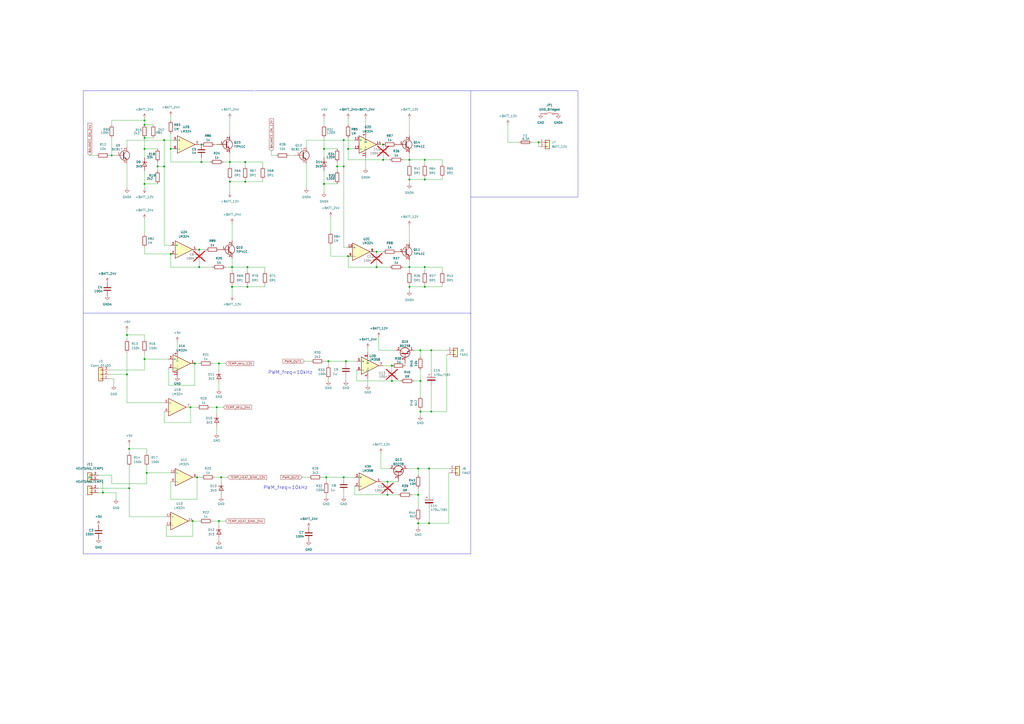
<source format=kicad_sch>
(kicad_sch (version 20231120) (generator "eeschema") (generator_version "8.0")
  (paper "A2")
  (junction (at 133.35 93.98))
  (junction (at 222.25 83.82))
  (junction (at 200.66 209.55))
  (junction (at 127 210.82))
  (junction (at 142.24 105.41))
  (junction (at 115.57 154.94))
  (junction (at 127 302.26))
  (junction (at 246.38 104.14))
  (junction (at 83.82 72.39))
  (junction (at 73.66 194.31))
  (junction (at 187.96 106.68))
  (junction (at 114.3 276.86))
  (junction (at 243.84 238.76))
  (junction (at 199.39 276.86))
  (junction (at 134.62 154.94))
  (junction (at 243.84 203.2))
  (junction (at 201.93 148.59))
  (junction (at 248.92 271.78))
  (junction (at 99.06 147.32))
  (junction (at 134.62 166.37))
  (junction (at 250.19 203.2))
  (junction (at 195.58 96.52))
  (junction (at 242.57 271.78))
  (junction (at 116.84 83.82))
  (junction (at 95.25 81.28))
  (junction (at 227.33 212.09))
  (junction (at 95.25 96.52))
  (junction (at 242.57 287.02))
  (junction (at 83.82 69.85))
  (junction (at 128.27 276.86))
  (junction (at 237.49 154.94))
  (junction (at 248.92 303.53))
  (junction (at 243.84 220.98))
  (junction (at 199.39 96.52))
  (junction (at 246.38 166.37))
  (junction (at 312.42 82.55))
  (junction (at 237.49 166.37))
  (junction (at 113.03 210.82))
  (junction (at 99.06 86.36))
  (junction (at 242.57 303.53))
  (junction (at 64.77 90.17))
  (junction (at 190.5 209.55))
  (junction (at 74.93 283.21))
  (junction (at 110.49 236.22))
  (junction (at 116.84 93.98))
  (junction (at 115.57 144.78))
  (junction (at 218.44 146.05))
  (junction (at 250.19 238.76))
  (junction (at 246.38 92.71))
  (junction (at 85.09 274.32))
  (junction (at 201.93 86.36))
  (junction (at 133.35 105.41))
  (junction (at 187.96 86.36))
  (junction (at 111.76 302.26))
  (junction (at 83.82 106.68))
  (junction (at 91.44 96.52))
  (junction (at 74.93 260.35))
  (junction (at 83.82 80.01))
  (junction (at 189.23 276.86))
  (junction (at 246.38 154.94))
  (junction (at 59.69 285.75))
  (junction (at 142.24 93.98))
  (junction (at 237.49 104.14))
  (junction (at 227.33 220.98))
  (junction (at 73.66 217.17))
  (junction (at 83.82 208.28))
  (junction (at 143.51 166.37))
  (junction (at 224.79 279.4))
  (junction (at 199.39 81.28))
  (junction (at 222.25 92.71))
  (junction (at 218.44 154.94))
  (junction (at 83.82 86.36))
  (junction (at 224.79 287.02))
  (junction (at 125.73 236.22))
  (junction (at 143.51 154.94))
  (junction (at 237.49 92.71))
  (wire (pts (xy 187.96 106.68) (xy 195.58 106.68)))
  (wire (pts (xy 85.09 262.89) (xy 85.09 260.35)))
  (wire (pts (xy 240.03 203.2) (xy 243.84 203.2)))
  (wire (pts (xy 243.84 238.76) (xy 243.84 237.49)))
  (wire (pts (xy 96.52 304.8) (xy 96.52 311.15)))
  (wire (pts (xy 260.35 274.32) (xy 260.35 303.53)))
  (wire (pts (xy 64.77 69.85) (xy 83.82 69.85)))
  (wire (pts (xy 83.82 80.01) (xy 83.82 86.36)))
  (wire (pts (xy 73.66 233.68) (xy 95.25 233.68)))
  (wire (pts (xy 59.69 278.13) (xy 59.69 285.75)))
  (wire (pts (xy 99.06 86.36) (xy 99.06 77.47)))
  (wire (pts (xy 308.61 82.55) (xy 312.42 82.55)))
  (wire (pts (xy 187.96 80.01) (xy 187.96 86.36)))
  (wire (pts (xy 237.49 130.81) (xy 237.49 140.97)))
  (wire (pts (xy 220.98 271.78) (xy 226.06 271.78)))
  (wire (pts (xy 116.84 91.44) (xy 116.84 93.98)))
  (wire (pts (xy 142.24 93.98) (xy 152.4 93.98)))
  (wire (pts (xy 115.57 154.94) (xy 123.19 154.94)))
  (wire (pts (xy 246.38 95.25) (xy 246.38 92.71)))
  (wire (pts (xy 152.4 105.41) (xy 142.24 105.41)))
  (wire (pts (xy 133.35 93.98) (xy 133.35 96.52)))
  (wire (pts (xy 83.82 196.85) (xy 83.82 194.31)))
  (wire (pts (xy 127 226.06) (xy 127 222.25)))
  (wire (pts (xy 237.49 166.37) (xy 237.49 168.91)))
  (wire (pts (xy 91.44 96.52) (xy 95.25 96.52)))
  (wire (pts (xy 99.06 93.98) (xy 116.84 93.98)))
  (wire (pts (xy 218.44 154.94) (xy 226.06 154.94)))
  (wire (pts (xy 220.98 262.89) (xy 220.98 271.78)))
  (wire (pts (xy 201.93 154.94) (xy 218.44 154.94)))
  (wire (pts (xy 57.15 283.21) (xy 74.93 283.21)))
  (wire (pts (xy 160.02 90.17) (xy 157.48 90.17)))
  (wire (pts (xy 57.15 278.13) (xy 59.69 278.13)))
  (wire (pts (xy 110.49 236.22) (xy 114.3 236.22)))
  (wire (pts (xy 143.51 166.37) (xy 143.51 165.1)))
  (wire (pts (xy 134.62 149.86) (xy 134.62 154.94)))
  (wire (pts (xy 187.96 86.36) (xy 195.58 86.36)))
  (wire (pts (xy 238.76 287.02) (xy 242.57 287.02)))
  (wire (pts (xy 250.19 203.2) (xy 259.08 203.2)))
  (wire (pts (xy 74.93 257.81) (xy 74.93 260.35)))
  (wire (pts (xy 73.66 191.77) (xy 73.66 194.31)))
  (wire (pts (xy 83.82 106.68) (xy 83.82 109.22)))
  (wire (pts (xy 83.82 86.36) (xy 83.82 91.44)))
  (wire (pts (xy 99.06 279.4) (xy 99.06 289.56)))
  (wire (pts (xy 66.04 219.71) (xy 66.04 223.52)))
  (wire (pts (xy 128.27 288.29) (xy 128.27 287.02)))
  (polyline (pts (xy 48.26 52.705) (xy 48.26 181.61)))
  (wire (pts (xy 96.52 311.15) (xy 111.76 311.15)))
  (polyline (pts (xy 48.26 321.31) (xy 48.26 181.61)))
  (wire (pts (xy 243.84 220.98) (xy 243.84 229.87)))
  (polyline (pts (xy 147.32 321.31) (xy 48.26 321.31)))
  (wire (pts (xy 59.69 285.75) (xy 67.31 285.75)))
  (wire (pts (xy 187.96 99.06) (xy 187.96 106.68)))
  (wire (pts (xy 234.95 212.09) (xy 234.95 210.82)))
  (wire (pts (xy 91.44 96.52) (xy 91.44 99.06)))
  (wire (pts (xy 130.81 302.26) (xy 127 302.26)))
  (wire (pts (xy 199.39 143.51) (xy 201.93 143.51)))
  (wire (pts (xy 130.81 154.94) (xy 134.62 154.94)))
  (wire (pts (xy 242.57 306.07) (xy 242.57 303.53)))
  (wire (pts (xy 99.06 147.32) (xy 99.06 154.94)))
  (wire (pts (xy 240.03 220.98) (xy 243.84 220.98)))
  (wire (pts (xy 99.06 274.32) (xy 85.09 274.32)))
  (wire (pts (xy 111.76 302.26) (xy 115.57 302.26)))
  (wire (pts (xy 153.67 165.1) (xy 153.67 166.37)))
  (wire (pts (xy 256.54 165.1) (xy 256.54 166.37)))
  (wire (pts (xy 237.49 102.87) (xy 237.49 104.14)))
  (wire (pts (xy 205.74 287.02) (xy 205.74 281.94)))
  (wire (pts (xy 213.36 201.93) (xy 213.36 204.47)))
  (wire (pts (xy 237.49 68.58) (xy 237.49 78.74)))
  (wire (pts (xy 134.62 165.1) (xy 134.62 166.37)))
  (wire (pts (xy 218.44 146.05) (xy 222.25 146.05)))
  (wire (pts (xy 64.77 80.01) (xy 64.77 90.17)))
  (wire (pts (xy 243.84 203.2) (xy 243.84 207.01)))
  (wire (pts (xy 189.23 276.86) (xy 189.23 279.4)))
  (wire (pts (xy 237.49 104.14) (xy 246.38 104.14)))
  (wire (pts (xy 133.35 88.9) (xy 133.35 93.98)))
  (wire (pts (xy 187.96 86.36) (xy 187.96 91.44)))
  (wire (pts (xy 116.84 93.98) (xy 121.92 93.98)))
  (wire (pts (xy 177.8 81.28) (xy 177.8 85.09)))
  (wire (pts (xy 190.5 209.55) (xy 200.66 209.55)))
  (wire (pts (xy 115.57 144.78) (xy 119.38 144.78)))
  (wire (pts (xy 246.38 166.37) (xy 246.38 165.1)))
  (wire (pts (xy 99.06 86.36) (xy 99.06 93.98)))
  (wire (pts (xy 199.39 81.28) (xy 205.74 81.28)))
  (wire (pts (xy 199.39 276.86) (xy 205.74 276.86)))
  (wire (pts (xy 91.44 93.98) (xy 91.44 96.52)))
  (wire (pts (xy 246.38 154.94) (xy 256.54 154.94)))
  (wire (pts (xy 85.09 274.32) (xy 85.09 270.51)))
  (wire (pts (xy 95.25 81.28) (xy 100.33 81.28)))
  (wire (pts (xy 74.93 283.21) (xy 74.93 299.72)))
  (wire (pts (xy 213.36 219.71) (xy 213.36 223.52)))
  (wire (pts (xy 64.77 275.59) (xy 64.77 280.67)))
  (wire (pts (xy 199.39 96.52) (xy 199.39 81.28)))
  (wire (pts (xy 207.01 220.98) (xy 207.01 214.63)))
  (polyline (pts (xy 335.28 114.3) (xy 335.28 52.832)))
  (wire (pts (xy 59.69 285.75) (xy 57.15 285.75)))
  (wire (pts (xy 256.54 92.71) (xy 256.54 95.25)))
  (wire (pts (xy 195.58 93.98) (xy 195.58 96.52)))
  (wire (pts (xy 195.58 96.52) (xy 199.39 96.52)))
  (wire (pts (xy 200.66 218.44) (xy 200.66 220.98)))
  (wire (pts (xy 83.82 194.31) (xy 73.66 194.31)))
  (wire (pts (xy 83.82 127) (xy 83.82 135.89)))
  (wire (pts (xy 250.19 238.76) (xy 250.19 223.52)))
  (wire (pts (xy 73.66 95.25) (xy 73.66 109.22)))
  (wire (pts (xy 97.79 213.36) (xy 97.79 223.52)))
  (wire (pts (xy 63.5 219.71) (xy 66.04 219.71)))
  (wire (pts (xy 123.19 210.82) (xy 127 210.82)))
  (wire (pts (xy 74.93 299.72) (xy 96.52 299.72)))
  (wire (pts (xy 133.35 105.41) (xy 142.24 105.41)))
  (wire (pts (xy 152.4 93.98) (xy 152.4 96.52)))
  (wire (pts (xy 237.49 92.71) (xy 237.49 95.25)))
  (wire (pts (xy 73.66 81.28) (xy 95.25 81.28)))
  (wire (pts (xy 242.57 303.53) (xy 242.57 302.26)))
  (wire (pts (xy 124.46 276.86) (xy 128.27 276.86)))
  (wire (pts (xy 127 313.69) (xy 127 312.42)))
  (wire (pts (xy 125.73 236.22) (xy 125.73 240.03)))
  (wire (pts (xy 83.82 208.28) (xy 83.82 204.47)))
  (wire (pts (xy 187.96 209.55) (xy 190.5 209.55)))
  (wire (pts (xy 57.15 275.59) (xy 64.77 275.59)))
  (wire (pts (xy 248.92 271.78) (xy 260.35 271.78)))
  (wire (pts (xy 115.57 83.82) (xy 116.84 83.82)))
  (wire (pts (xy 52.07 90.17) (xy 55.88 90.17)))
  (polyline (pts (xy 273.05 114.3) (xy 335.28 114.3)))
  (wire (pts (xy 227.33 220.98) (xy 232.41 220.98)))
  (wire (pts (xy 242.57 271.78) (xy 242.57 275.59)))
  (wire (pts (xy 95.25 238.76) (xy 95.25 245.11)))
  (polyline (pts (xy 48.26 181.61) (xy 52.07 181.61)))
  (wire (pts (xy 186.69 276.86) (xy 189.23 276.86)))
  (wire (pts (xy 121.92 236.22) (xy 125.73 236.22)))
  (wire (pts (xy 233.68 92.71) (xy 237.49 92.71)))
  (wire (pts (xy 74.93 260.35) (xy 74.93 262.89)))
  (wire (pts (xy 242.57 303.53) (xy 248.92 303.53)))
  (wire (pts (xy 199.39 285.75) (xy 199.39 288.29)))
  (wire (pts (xy 220.98 83.82) (xy 222.25 83.82)))
  (wire (pts (xy 73.66 217.17) (xy 73.66 233.68)))
  (wire (pts (xy 143.51 154.94) (xy 153.67 154.94)))
  (wire (pts (xy 115.57 152.4) (xy 115.57 154.94)))
  (wire (pts (xy 102.87 198.12) (xy 102.87 203.2)))
  (wire (pts (xy 199.39 276.86) (xy 199.39 278.13)))
  (wire (pts (xy 237.49 104.14) (xy 237.49 106.68)))
  (wire (pts (xy 217.17 146.05) (xy 218.44 146.05)))
  (wire (pts (xy 250.19 238.76) (xy 259.08 238.76)))
  (wire (pts (xy 74.93 270.51) (xy 74.93 283.21)))
  (wire (pts (xy 201.93 148.59) (xy 201.93 154.94)))
  (wire (pts (xy 73.66 194.31) (xy 73.66 196.85)))
  (wire (pts (xy 134.62 166.37) (xy 134.62 171.45)))
  (wire (pts (xy 85.09 260.35) (xy 74.93 260.35)))
  (wire (pts (xy 191.77 142.24) (xy 191.77 148.59)))
  (wire (pts (xy 200.66 209.55) (xy 200.66 210.82)))
  (wire (pts (xy 191.77 125.73) (xy 191.77 134.62)))
  (wire (pts (xy 243.84 203.2) (xy 250.19 203.2)))
  (wire (pts (xy 83.82 68.58) (xy 83.82 69.85)))
  (wire (pts (xy 128.27 276.86) (xy 128.27 279.4)))
  (wire (pts (xy 142.24 93.98) (xy 133.35 93.98)))
  (wire (pts (xy 201.93 86.36) (xy 201.93 80.01)))
  (wire (pts (xy 243.84 238.76) (xy 250.19 238.76)))
  (wire (pts (xy 294.64 72.39) (xy 294.64 82.55)))
  (wire (pts (xy 83.82 80.01) (xy 88.9 80.01)))
  (wire (pts (xy 243.84 241.3) (xy 243.84 238.76)))
  (wire (pts (xy 187.96 68.58) (xy 187.96 72.39)))
  (wire (pts (xy 242.57 283.21) (xy 242.57 287.02)))
  (wire (pts (xy 134.62 154.94) (xy 134.62 157.48)))
  (wire (pts (xy 153.67 154.94) (xy 153.67 157.48)))
  (wire (pts (xy 95.25 245.11) (xy 110.49 245.11)))
  (wire (pts (xy 73.66 81.28) (xy 73.66 85.09)))
  (wire (pts (xy 111.76 311.15) (xy 111.76 302.26)))
  (wire (pts (xy 256.54 104.14) (xy 246.38 104.14)))
  (wire (pts (xy 132.08 276.86) (xy 128.27 276.86)))
  (wire (pts (xy 114.3 144.78) (xy 115.57 144.78)))
  (polyline (pts (xy 273.05 52.578) (xy 335.28 52.578)))
  (wire (pts (xy 95.25 96.52) (xy 95.25 142.24)))
  (wire (pts (xy 127 302.26) (xy 127 304.8)))
  (wire (pts (xy 199.39 96.52) (xy 199.39 143.51)))
  (wire (pts (xy 200.66 209.55) (xy 207.01 209.55)))
  (wire (pts (xy 237.49 88.9) (xy 237.49 92.71)))
  (wire (pts (xy 220.98 279.4) (xy 224.79 279.4)))
  (polyline (pts (xy 273.05 181.61) (xy 273.05 321.31)))
  (wire (pts (xy 246.38 92.71) (xy 256.54 92.71)))
  (wire (pts (xy 176.53 209.55) (xy 180.34 209.55)))
  (wire (pts (xy 177.8 95.25) (xy 177.8 109.22)))
  (wire (pts (xy 222.25 91.44) (xy 222.25 92.71)))
  (wire (pts (xy 242.57 287.02) (xy 242.57 294.64)))
  (polyline (pts (xy 147.955 52.705) (xy 273.05 52.705)))
  (wire (pts (xy 85.09 280.67) (xy 85.09 274.32)))
  (wire (pts (xy 64.77 280.67) (xy 85.09 280.67)))
  (wire (pts (xy 130.81 210.82) (xy 127 210.82)))
  (wire (pts (xy 201.93 86.36) (xy 201.93 92.71)))
  (wire (pts (xy 246.38 157.48) (xy 246.38 154.94)))
  (wire (pts (xy 189.23 287.02) (xy 189.23 288.29)))
  (wire (pts (xy 64.77 72.39) (xy 64.77 69.85)))
  (wire (pts (xy 212.09 91.44) (xy 212.09 97.79)))
  (wire (pts (xy 189.23 276.86) (xy 199.39 276.86)))
  (wire (pts (xy 83.82 69.85) (xy 83.82 72.39)))
  (wire (pts (xy 237.49 165.1) (xy 237.49 166.37)))
  (wire (pts (xy 246.38 154.94) (xy 237.49 154.94)))
  (wire (pts (xy 123.19 302.26) (xy 127 302.26)))
  (wire (pts (xy 157.48 90.17) (xy 157.48 87.63)))
  (wire (pts (xy 67.31 285.75) (xy 67.31 289.56)))
  (polyline (pts (xy 52.07 181.61) (xy 147.32 181.61)))
  (wire (pts (xy 229.87 203.2) (xy 219.71 203.2)))
  (wire (pts (xy 248.92 303.53) (xy 248.92 294.64)))
  (wire (pts (xy 224.79 287.02) (xy 231.14 287.02)))
  (wire (pts (xy 201.93 68.58) (xy 201.93 72.39)))
  (wire (pts (xy 190.5 209.55) (xy 190.5 212.09)))
  (wire (pts (xy 99.06 67.31) (xy 99.06 69.85)))
  (wire (pts (xy 88.9 72.39) (xy 83.82 72.39)))
  (wire (pts (xy 124.46 83.82) (xy 125.73 83.82)))
  (wire (pts (xy 133.35 104.14) (xy 133.35 105.41)))
  (wire (pts (xy 256.54 154.94) (xy 256.54 157.48)))
  (wire (pts (xy 99.06 86.36) (xy 100.33 86.36)))
  (wire (pts (xy 222.25 92.71) (xy 226.06 92.71)))
  (wire (pts (xy 153.67 166.37) (xy 143.51 166.37)))
  (wire (pts (xy 127 210.82) (xy 127 214.63)))
  (wire (pts (xy 167.64 90.17) (xy 170.18 90.17)))
  (wire (pts (xy 237.49 154.94) (xy 237.49 157.48)))
  (wire (pts (xy 237.49 151.13) (xy 237.49 154.94)))
  (wire (pts (xy 83.82 86.36) (xy 91.44 86.36)))
  (wire (pts (xy 99.06 147.32) (xy 83.82 147.32)))
  (wire (pts (xy 95.25 96.52) (xy 95.25 81.28)))
  (wire (pts (xy 233.68 154.94) (xy 237.49 154.94)))
  (wire (pts (xy 224.79 287.02) (xy 205.74 287.02)))
  (wire (pts (xy 63.5 217.17) (xy 73.66 217.17)))
  (wire (pts (xy 177.8 81.28) (xy 199.39 81.28)))
  (wire (pts (xy 95.25 142.24) (xy 99.06 142.24)))
  (polyline (pts (xy 273.05 321.31) (xy 147.32 321.31)))
  (wire (pts (xy 294.64 82.55) (xy 300.99 82.55)))
  (wire (pts (xy 224.79 279.4) (xy 231.14 279.4)))
  (wire (pts (xy 143.51 157.48) (xy 143.51 154.94)))
  (wire (pts (xy 97.79 208.28) (xy 83.82 208.28)))
  (wire (pts (xy 175.26 276.86) (xy 179.07 276.86)))
  (wire (pts (xy 113.03 210.82) (xy 115.57 210.82)))
  (wire (pts (xy 237.49 166.37) (xy 246.38 166.37)))
  (wire (pts (xy 113.03 223.52) (xy 113.03 210.82)))
  (wire (pts (xy 125.73 251.46) (xy 125.73 247.65)))
  (wire (pts (xy 246.38 92.71) (xy 237.49 92.71)))
  (wire (pts (xy 114.3 276.86) (xy 116.84 276.86)))
  (wire (pts (xy 97.79 223.52) (xy 113.03 223.52)))
  (wire (pts (xy 134.62 166.37) (xy 143.51 166.37)))
  (polyline (pts (xy 147.32 52.705) (xy 48.26 52.705)))
  (wire (pts (xy 227.33 220.98) (xy 207.01 220.98)))
  (wire (pts (xy 250.19 203.2) (xy 250.19 215.9)))
  (wire (pts (xy 129.54 93.98) (xy 133.35 93.98)))
  (wire (pts (xy 143.51 154.94) (xy 134.62 154.94)))
  (wire (pts (xy 83.82 99.06) (xy 83.82 106.68)))
  (wire (pts (xy 256.54 166.37) (xy 246.38 166.37)))
  (wire (pts (xy 63.5 214.63) (xy 83.82 214.63)))
  (wire (pts (xy 242.57 271.78) (xy 248.92 271.78)))
  (wire (pts (xy 236.22 271.78) (xy 242.57 271.78)))
  (wire (pts (xy 83.82 214.63) (xy 83.82 208.28)))
  (wire (pts (xy 243.84 214.63) (xy 243.84 220.98)))
  (wire (pts (xy 256.54 102.87) (xy 256.54 104.14)))
  (wire (pts (xy 195.58 96.52) (xy 195.58 99.06)))
  (wire (pts (xy 187.96 106.68) (xy 187.96 111.76)))
  (wire (pts (xy 134.62 129.54) (xy 134.62 139.7)))
  (wire (pts (xy 114.3 289.56) (xy 114.3 276.86)))
  (wire (pts (xy 142.24 96.52) (xy 142.24 93.98)))
  (wire (pts (xy 246.38 104.14) (xy 246.38 102.87)))
  (wire (pts (xy 248.92 271.78) (xy 248.92 287.02)))
  (wire (pts (xy 83.82 147.32) (xy 83.82 143.51)))
  (wire (pts (xy 152.4 104.14) (xy 152.4 105.41)))
  (wire (pts (xy 201.93 148.59) (xy 191.77 148.59)))
  (wire (pts (xy 260.35 303.53) (xy 248.92 303.53)))
  (wire (pts (xy 227.33 212.09) (xy 227.33 213.36)))
  (wire (pts (xy 133.35 105.41) (xy 133.35 111.76)))
  (wire (pts (xy 99.06 154.94) (xy 115.57 154.94)))
  (polyline (pts (xy 147.32 181.61) (xy 273.05 181.61)))
  (wire (pts (xy 201.93 92.71) (xy 222.25 92.71)))
  (wire (pts (xy 219.71 203.2) (xy 219.71 195.58)))
  (wire (pts (xy 222.25 212.09) (xy 227.33 212.09)))
  (wire (pts (xy 142.24 105.41) (xy 142.24 104.14)))
  (wire (pts (xy 64.77 90.17) (xy 66.04 90.17)))
  (wire (pts (xy 212.09 68.58) (xy 212.09 76.2)))
  (wire (pts (xy 201.93 86.36) (xy 205.74 86.36)))
  (wire (pts (xy 129.54 236.22) (xy 125.73 236.22)))
  (wire (pts (xy 99.06 289.56) (xy 114.3 289.56)))
  (polyline (pts (xy 273.05 52.705) (xy 273.05 182.245)))
  (wire (pts (xy 63.5 90.17) (xy 64.77 90.17)))
  (wire (pts (xy 259.08 238.76) (xy 259.08 205.74)))
  (wire (pts (xy 110.49 245.11) (xy 110.49 236.22)))
  (wire (pts (xy 133.35 68.58) (xy 133.35 78.74)))
  (wire (pts (xy 83.82 106.68) (xy 91.44 106.68)))
  (wire (pts (xy 218.44 153.67) (xy 218.44 154.94)))
  (wire (pts (xy 190.5 219.71) (xy 190.5 220.98)))
  (wire (pts (xy 312.42 82.55) (xy 312.42 85.09)))
  (wire (pts (xy 73.66 204.47) (xy 73.66 217.17)))
  (text "PWM_freq=10kHz" (at 168.402 216.154 0) (effects (font (size 2 2))))
  (text "PWM_freq=10kHz" (at 165.608 282.956 0) (effects (font (size 2 2))))
  (global_label "TEMP_AKU_24V" (shape input) (at 129.54 236.22 0) (property "Intersheetrefs" "${INTERSHEET_REFS}" (effects (hide yes))))
  (global_label "PWM_OUT1" (shape input) (at 176.53 209.55 180) (property "Intersheetrefs" "${INTERSHEET_REFS}" (effects (hide yes))))
  (global_label "TEMP_HEAT_SINK_24V" (shape input) (at 130.81 302.26 0) (property "Intersheetrefs" "${INTERSHEET_REFS}" (effects (hide yes))))
  (global_label "TEMP_HEAT_SINK_12V" (shape input) (at 132.08 276.86 0) (property "Intersheetrefs" "${INTERSHEET_REFS}" (effects (hide yes))))
  (global_label "BALANCE_ON_12V" (shape input) (at 157.48 87.63 90) (property "Intersheetrefs" "${INTERSHEET_REFS}" (effects (hide yes))))
  (global_label "PWM_OUT2" (shape input) (at 175.26 276.86 180) (property "Intersheetrefs" "${INTERSHEET_REFS}" (effects (hide yes))))
  (global_label "BALANCE_ON_24V" (shape input) (at 52.07 90.17 90) (property "Intersheetrefs" "${INTERSHEET_REFS}" (effects (hide yes))))
  (global_label "TEMP_AKU_12V" (shape input) (at 130.81 210.82 0) (property "Intersheetrefs" "${INTERSHEET_REFS}" (effects (hide yes))))
  (symbol (lib_id "power:GND") (at 128.27 288.29 0) (unit 1)
    (property "Reference" "#PWR023" (effects (hide yes)))
    (property "Value" "GND" (at 128.27 292.354 0))
    (property "Description" "Power symbol creates a global label with name \"GND\" , ground" (effects (hide yes)))
  )
  (symbol (lib_id "Device:R") (at 119.38 210.82 90) (unit 1)
    (property "Reference" "R21" (at 119.38 205.74 90))
    (property "Value" "1k" (at 119.38 208.28 90))
    (property "Footprint" "Resistor_SMD:R_0805_2012Metric_Pad1.20x1.40mm_HandSolder" (effects (hide yes)))
    (property "Description" "Resistor" (effects (hide yes)))
  )
  (symbol (lib_id "Device:R") (at 59.69 90.17 270) (unit 1)
    (property "Reference" "R12" (at 59.69 83.82 90))
    (property "Value" "10k" (at 59.69 86.36 90))
    (property "Footprint" "Resistor_SMD:R_0805_2012Metric_Pad1.20x1.40mm_HandSolder" (effects (hide yes)))
    (property "Description" "Resistor" (effects (hide yes)))
  )
  (symbol (lib_id "Device:R") (at 99.06 73.66 180) (unit 1)
    (property "Reference" "R83" (at 100.838 72.4478 0) (effects (justify right)))
    (property "Value" "1M" (at 100.838 74.8721 0) (effects (justify right)))
    (property "Footprint" "Resistor_SMD:R_0805_2012Metric_Pad1.20x1.40mm_HandSolder" (effects (hide yes)))
    (property "Description" "Resistor" (effects (hide yes)))
  )
  (symbol (lib_id "power:+5V") (at 102.87 198.12 0) (unit 1)
    (property "Reference" "#PWR018" (effects (hide yes)))
    (property "Value" "+5V" (at 102.87 193.04 0))
    (property "Description" "Power symbol creates a global label with name \"+5V\"" (effects (hide yes)))
  )
  (symbol (lib_id "Connector_Generic:Conn_01x02") (at 317.5 82.55 0) (unit 1)
    (property "Reference" "J7" (at 320.04 82.5499 0) (effects (justify left)))
    (property "Value" "BATT_12V" (at 320.04 85.0899 0) (effects (justify left)))
    (property "Footprint" "My-Footprints-connectors:Flat-6,3mm-connector-2P" (effects (hide yes)))
    (property "Description" "Generic connector, single row, 01x02, script generated (kicad-library-utils/schlib/autogen/connector/)" (effects (hide yes)))
  )
  (symbol (lib_id "Device:R") (at 242.57 279.4 180) (unit 1)
    (property "Reference" "R43" (at 239.014 278.638 0))
    (property "Value" "10K" (at 239.522 280.67 0))
    (property "Footprint" "Resistor_SMD:R_0805_2012Metric_Pad1.20x1.40mm_HandSolder" (effects (hide yes)))
    (property "Description" "Resistor" (effects (hide yes)))
  )
  (symbol (lib_id "Device:C") (at 62.23 167.64 0) (unit 1)
    (property "Reference" "C4" (at 56.642 166.624 0) (effects (justify left)))
    (property "Value" "100n" (at 54.61 168.91 0) (effects (justify left)))
    (property "Footprint" "Capacitor_SMD:C_0805_2012Metric_Pad1.18x1.45mm_HandSolder" (effects (hide yes)))
    (property "Description" "Unpolarized capacitor" (effects (hide yes)))
  )
  (symbol (lib_id "power:GNDA") (at 237.49 106.68 0) (unit 1)
    (property "Reference" "#PWR044" (effects (hide yes)))
    (property "Value" "GNDA" (at 237.49 111.76 0))
    (property "Description" "Power symbol creates a global label with name \"GNDA\" , analog ground" (effects (hide yes)))
  )
  (symbol (lib_id "power:+5V") (at 57.15 304.8 0) (unit 1)
    (property "Reference" "#PWR07" (effects (hide yes)))
    (property "Value" "+5V" (at 57.15 299.72 0))
    (property "Description" "Power symbol creates a global label with name \"+5V\"" (effects (hide yes)))
  )
  (symbol (lib_id "power:GND") (at 243.84 241.3 0) (unit 1)
    (property "Reference" "#PWR048" (effects (hide yes)))
    (property "Value" "GND" (at 243.84 245.364 0))
    (property "Description" "Power symbol creates a global label with name \"GND\" , ground" (effects (hide yes)))
  )
  (symbol (lib_id "Device:R") (at 237.49 161.29 0) (unit 1)
    (property "Reference" "R26" (at 240.03 160.0199 0) (effects (justify left)))
    (property "Value" "0R1" (at 240.03 162.5599 0) (effects (justify left)))
    (property "Footprint" "Resistor_SMD:R_2512_6332Metric_Pad1.40x3.35mm_HandSolder" (effects (hide yes)))
    (property "Description" "Resistor" (effects (hide yes)))
  )
  (symbol (lib_id "Amplifier_Operational:LM324") (at 106.68 144.78 0) (unit 1)
    (property "Reference" "U2" (at 106.68 134.62 0))
    (property "Value" "LM324" (at 106.68 137.16 0))
    (property "Footprint" "Package_SO:SOIC-14_3.9x8.7mm_P1.27mm" (effects (hide yes)))
    (property "Datasheet" "http://www.ti.com/lit/ds/symlink/lm2902-n.pdf" (effects (hide yes)))
    (property "Description" "Low-Power, Quad-Operational Amplifiers, DIP-14/SOIC-14/SSOP-14" (effects (hide yes)))
  )
  (symbol (lib_id "Amplifier_Operational:LM324") (at 102.87 236.22 0) (unit 2)
    (property "Reference" "U1" (at 102.87 226.06 0))
    (property "Value" "LM324" (at 102.87 228.6 0))
    (property "Footprint" "Package_SO:SOIC-14_3.9x8.7mm_P1.27mm" (effects (hide yes)))
    (property "Datasheet" "http://www.ti.com/lit/ds/symlink/lm2902-n.pdf" (effects (hide yes)))
    (property "Description" "Low-Power, Quad-Operational Amplifiers, DIP-14/SOIC-14/SSOP-14" (effects (hide yes)))
  )
  (symbol (lib_id "Device:R") (at 201.93 76.2 180) (unit 1)
    (property "Reference" "R85" (at 203.708 74.9878 0) (effects (justify right)))
    (property "Value" "1M" (at 203.708 77.4121 0) (effects (justify right)))
    (property "Footprint" "Resistor_SMD:R_0805_2012Metric_Pad1.20x1.40mm_HandSolder" (effects (hide yes)))
    (property "Description" "Resistor" (effects (hide yes)))
  )
  (symbol (lib_id "power:+5V") (at 187.96 68.58 0) (unit 1)
    (property "Reference" "#PWR031" (effects (hide yes)))
    (property "Value" "+5V" (at 187.96 63.5 0))
    (property "Description" "Power symbol creates a global label with name \"+5V\"" (effects (hide yes)))
  )
  (symbol (lib_id "Device:R") (at 91.44 90.17 180) (unit 1)
    (property "Reference" "R18" (at 86.106 89.408 0) (effects (justify right)))
    (property "Value" "33k" (at 85.09 91.186 0) (effects (justify right)))
    (property "Footprint" "Resistor_SMD:R_0805_2012Metric_Pad1.20x1.40mm_HandSolder" (effects (hide yes)))
    (property "Description" "Resistor" (effects (hide yes)))
  )
  (symbol (lib_id "Device:R") (at 125.73 93.98 90) (unit 1)
    (property "Reference" "R24" (at 125.73 88.9 90))
    (property "Value" "1k" (at 125.73 91.44 90))
    (property "Footprint" "Resistor_SMD:R_0805_2012Metric_Pad1.20x1.40mm_HandSolder" (effects (hide yes)))
    (property "Description" "Resistor" (effects (hide yes)))
  )
  (symbol (lib_id "power:+BATT") (at 237.49 68.58 0) (unit 1)
    (property "Reference" "#PWR043" (effects (hide yes)))
    (property "Value" "+BATT_12V" (at 237.49 63.5 0))
    (property "Description" "Power symbol creates a global label with name \"+BATT\"" (effects (hide yes)))
  )
  (symbol (lib_id "Device:R") (at 123.19 144.78 90) (unit 1)
    (property "Reference" "R89" (at 123.19 139.7 90))
    (property "Value" "1k" (at 123.19 142.24 90))
    (property "Footprint" "Resistor_SMD:R_0805_2012Metric_Pad1.20x1.40mm_HandSolder" (effects (hide yes)))
    (property "Description" "Resistor" (effects (hide yes)))
  )
  (symbol (lib_id "power:GND") (at 179.07 313.69 0) (unit 1)
    (property "Reference" "#PWR030" (effects (hide yes)))
    (property "Value" "GND" (at 179.07 318.77 0))
    (property "Description" "Power symbol creates a global label with name \"GND\" , ground" (effects (hide yes)))
  )
  (symbol (lib_id "power:GNDA") (at 237.49 168.91 0) (unit 1)
    (property "Reference" "#PWR027" (effects (hide yes)))
    (property "Value" "GNDA" (at 237.49 173.99 0))
    (property "Description" "Power symbol creates a global label with name \"GNDA\" , analog ground" (effects (hide yes)))
  )
  (symbol (lib_id "Device:R") (at 74.93 266.7 0) (unit 1)
    (property "Reference" "R14" (at 77.47 265.4299 0) (effects (justify left)))
    (property "Value" "150k" (at 77.47 267.9699 0) (effects (justify left)))
    (property "Footprint" "Resistor_SMD:R_0805_2012Metric_Pad1.20x1.40mm_HandSolder" (effects (hide yes)))
    (property "Description" "Resistor" (effects (hide yes)))
  )
  (symbol (lib_id "Device:R") (at 226.06 83.82 90) (unit 1)
    (property "Reference" "R87" (at 226.06 78.74 90))
    (property "Value" "1k" (at 226.06 81.28 90))
    (property "Footprint" "Resistor_SMD:R_0805_2012Metric_Pad1.20x1.40mm_HandSolder" (effects (hide yes)))
    (property "Description" "Resistor" (effects (hide yes)))
  )
  (symbol (lib_id "Device:C") (at 116.84 87.63 0) (unit 1)
    (property "Reference" "C5" (at 111.252 86.614 0) (effects (justify left)))
    (property "Value" "1n" (at 111.252 88.646 0) (effects (justify left)))
    (property "Footprint" "Capacitor_SMD:C_0805_2012Metric_Pad1.18x1.45mm_HandSolder" (effects (hide yes)))
    (property "Description" "Unpolarized capacitor" (effects (hide yes)))
  )
  (symbol (lib_id "power:GND") (at 125.73 251.46 0) (unit 1)
    (property "Reference" "#PWR020" (effects (hide yes)))
    (property "Value" "GND" (at 125.73 255.524 0))
    (property "Description" "Power symbol creates a global label with name \"GND\" , ground" (effects (hide yes)))
  )
  (symbol (lib_id "Device:C") (at 200.66 214.63 0) (unit 1)
    (property "Reference" "C9" (at 193.548 214.376 0) (effects (justify left)))
    (property "Value" "1u" (at 193.04 216.916 0) (effects (justify left)))
    (property "Footprint" "Capacitor_SMD:C_0805_2012Metric_Pad1.18x1.45mm_HandSolder" (effects (hide yes)))
    (property "Description" "Unpolarized capacitor" (effects (hide yes)))
  )
  (symbol (lib_id "Device:R") (at 85.09 266.7 0) (unit 1)
    (property "Reference" "R17" (at 87.63 265.4299 0) (effects (justify left)))
    (property "Value" "150k" (at 87.63 267.9699 0) (effects (justify left)))
    (property "Footprint" "Resistor_SMD:R_0805_2012Metric_Pad1.20x1.40mm_HandSolder" (effects (hide yes)))
    (property "Description" "Resistor" (effects (hide yes)))
  )
  (symbol (lib_id "power:+5V") (at 74.93 257.81 0) (unit 1)
    (property "Reference" "#PWR015" (effects (hide yes)))
    (property "Value" "+5V" (at 74.93 252.73 0))
    (property "Description" "Power symbol creates a global label with name \"+5V\"" (effects (hide yes)))
  )
  (symbol (lib_id "power:+BATT") (at 294.64 72.39 0) (unit 1)
    (property "Reference" "#PWR049" (effects (hide yes)))
    (property "Value" "+BATT_12V" (at 294.64 67.31 0))
    (property "Description" "Power symbol creates a global label with name \"+BATT\"" (effects (hide yes)))
  )
  (symbol (lib_id "Device:R") (at 229.87 92.71 90) (unit 1)
    (property "Reference" "R36" (at 229.87 87.63 90))
    (property "Value" "1k" (at 229.87 90.17 90))
    (property "Footprint" "Resistor_SMD:R_0805_2012Metric_Pad1.20x1.40mm_HandSolder" (effects (hide yes)))
    (property "Description" "Resistor" (effects (hide yes)))
  )
  (symbol (lib_id "power:+BATT") (at 219.71 195.58 0) (unit 1)
    (property "Reference" "#PWR041" (effects (hide yes)))
    (property "Value" "+BATT_12V" (at 219.71 190.5 0))
    (property "Description" "Power symbol creates a global label with name \"+BATT\"" (effects (hide yes)))
  )
  (symbol (lib_id "power:+BATT") (at 213.36 201.93 0) (unit 1)
    (property "Reference" "#PWR039" (effects (hide yes)))
    (property "Value" "+BATT_24V" (at 213.36 196.85 0))
    (property "Description" "Power symbol creates a global label with name \"+BATT\"" (effects (hide yes)))
  )
  (symbol (lib_id "power:+BATT") (at 133.35 111.76 180) (unit 1)
    (property "Reference" "#PWR025" (effects (hide yes)))
    (property "Value" "+BATT_12V" (at 133.35 116.84 0))
    (property "Description" "Power symbol creates a global label with name \"+BATT\"" (effects (hide yes)))
  )
  (symbol (lib_id "Device:R") (at 83.82 139.7 180) (unit 1)
    (property "Reference" "R82" (at 85.598 138.4878 0) (effects (justify right)))
    (property "Value" "1M" (at 85.598 140.9121 0) (effects (justify right)))
    (property "Footprint" "Resistor_SMD:R_0805_2012Metric_Pad1.20x1.40mm_HandSolder" (effects (hide yes)))
    (property "Description" "Resistor" (effects (hide yes)))
  )
  (symbol (lib_id "power:GND") (at 242.57 306.07 0) (unit 1)
    (property "Reference" "#PWR047" (effects (hide yes)))
    (property "Value" "GND" (at 242.57 310.134 0))
    (property "Description" "Power symbol creates a global label with name \"GND\" , ground" (effects (hide yes)))
  )
  (symbol (lib_id "Transistor_BJT:TIP41C") (at 234.95 83.82 0) (unit 1)
    (property "Reference" "Q14" (at 239.8014 82.6078 0) (effects (justify left)))
    (property "Value" "TIP41C" (at 239.8014 85.0321 0) (effects (justify left)))
    (property "Footprint" "My-Footprints:TO-220-3_V_Thick_Pads" (effects (hide yes)))
    (property "Datasheet" "https://www.centralsemi.com/get_document.php?cmp=1&mergetype=pd&mergepath=pd&pdf_id=tip41.PDF" (effects (hide yes)))
    (property "Description" "6A Ic, 100V Vce, Power NPN Transistor, TO-220" (effects (hide yes)))
  )
  (symbol (lib_id "power:+BATT") (at 191.77 125.73 0) (unit 1)
    (property "Reference" "#PWR092" (effects (hide yes)))
    (property "Value" "+BATT_24V" (at 191.77 120.65 0))
    (property "Description" "Power symbol creates a global label with name \"+BATT\"" (effects (hide yes)))
  )
  (symbol (lib_id "Device:R") (at 231.14 212.09 270) (unit 1)
    (property "Reference" "R38" (at 230.886 208.026 90))
    (property "Value" "1k" (at 231.394 210.058 90))
    (property "Footprint" "Resistor_SMD:R_0805_2012Metric_Pad1.20x1.40mm_HandSolder" (effects (hide yes)))
    (property "Description" "Resistor" (effects (hide yes)))
  )
  (symbol (lib_id "Device:C_Polarized") (at 248.92 290.83 0) (unit 1)
    (property "Reference" "C14" (at 249.682 293.37 0) (effects (justify left)))
    (property "Value" "470u/16V" (at 249.682 295.656 0) (effects (justify left)))
    (property "Footprint" "Capacitor_THT:CP_Radial_D8.0mm_P2.50mm" (effects (hide yes)))
    (property "Description" "Polarized capacitor" (effects (hide yes)))
  )
  (symbol (lib_id "Device:D_Zener") (at 127 218.44 90) (mirror x) (unit 1)
    (property "Reference" "D11" (at 124.46 217.1699 90) (effects (justify left)))
    (property "Value" "3V3" (at 124.46 219.7099 90) (effects (justify left)))
    (property "Footprint" "Diode_SMD:D_MiniMELF" (effects (hide yes)))
    (property "Description" "Zener diode" (effects (hide yes)))
  )
  (symbol (lib_id "Device:R") (at 236.22 220.98 90) (unit 1)
    (property "Reference" "R40" (at 236.22 215.9 90))
    (property "Value" "0R" (at 236.22 218.44 90))
    (property "Footprint" "Resistor_SMD:R_0805_2012Metric_Pad1.20x1.40mm_HandSolder" (effects (hide yes)))
    (property "Description" "Resistor" (effects (hide yes)))
  )
  (symbol (lib_id "Amplifier_Operational:LM324") (at 105.41 210.82 0) (unit 5)
    (property "Reference" "U1" (effects (hide yes)))
    (property "Value" "LM324" (effects (hide yes)))
    (property "Footprint" "Package_SO:SOIC-14_3.9x8.7mm_P1.27mm" (effects (hide yes)))
    (property "Datasheet" "http://www.ti.com/lit/ds/symlink/lm2902-n.pdf" (effects (hide yes)))
    (property "Description" "Low-Power, Quad-Operational Amplifiers, DIP-14/SOIC-14/SSOP-14" (effects (hide yes)))
  )
  (symbol (lib_id "Device:R") (at 88.9 76.2 0) (unit 1)
    (property "Reference" "R81" (at 94.234 76.962 0) (effects (justify right)))
    (property "Value" "2k2" (at 95.25 75.184 0) (effects (justify right)))
    (property "Footprint" "Resistor_SMD:R_0805_2012Metric_Pad1.20x1.40mm_HandSolder" (effects (hide yes)))
    (property "Description" "Resistor" (effects (hide yes)))
  )
  (symbol (lib_id "Device:Fuse") (at 304.8 82.55 90) (unit 1)
    (property "Reference" "F3" (at 304.546 78.74 90))
    (property "Value" "6,3A" (at 305.054 80.518 90))
    (property "Footprint" "My-Footprints:Fuseholder_Clip-5x20mm_Eaton_1A5601-01_Inline_P20.80x6.76mm_D1.70mm_Horizontal" (effects (hide yes)))
    (property "Description" "Fuse" (effects (hide yes)))
  )
  (symbol (lib_id "power:GND") (at 57.15 312.42 0) (unit 1)
    (property "Reference" "#PWR08" (effects (hide yes)))
    (property "Value" "GND" (at 57.15 317.5 0))
    (property "Description" "Power symbol creates a global label with name \"GND\" , ground" (effects (hide yes)))
  )
  (symbol (lib_id "power:GND") (at 213.36 223.52 0) (unit 1)
    (property "Reference" "#PWR040" (effects (hide yes)))
    (property "Value" "GND" (at 213.36 227.584 0))
    (property "Description" "Power symbol creates a global label with name \"GND\" , ground" (effects (hide yes)))
  )
  (symbol (lib_id "power:GND") (at 313.69 66.04 0) (unit 1)
    (property "Reference" "#PWR051" (effects (hide yes)))
    (property "Value" "GND" (at 313.69 71.12 0))
    (property "Description" "Power symbol creates a global label with name \"GND\" , ground" (effects (hide yes)))
  )
  (symbol (lib_id "power:GND") (at 102.87 218.44 0) (unit 1)
    (property "Reference" "#PWR019" (effects (hide yes)))
    (property "Value" "GND" (at 102.87 222.504 0))
    (property "Description" "Power symbol creates a global label with name \"GND\" , ground" (effects (hide yes)))
  )
  (symbol (lib_id "Transistor_BJT:BD238") (at 231.14 274.32 90) (unit 1)
    (property "Reference" "Q13" (at 231.14 266.7 90))
    (property "Value" "BD238" (at 231.14 269.24 90))
    (property "Footprint" "My-Footprints:TO-220-3_Vertical-little-bigger pads" (effects (hide yes)))
    (property "Datasheet" "http://www.electronica-pt.com/datasheets/bd/BD234.pdf" (effects (hide yes)))
    (property "Description" "2A Ic, 80V Vce, Low Voltage Transistor, TO-126" (effects (hide yes)))
  )
  (symbol (lib_id "Device:R") (at 152.4 100.33 0) (unit 1)
    (property "Reference" "R68" (at 154.94 99.0599 0) (effects (justify left)))
    (property "Value" "0R1" (at 154.94 101.5999 0) (effects (justify left)))
    (property "Footprint" "Resistor_THT:R_Axial_DIN0617_L17.0mm_D6.0mm_P7.62mm_Vertical" (effects (hide yes)))
    (property "Description" "Resistor" (effects (hide yes)))
  )
  (symbol (lib_id "Device:R") (at 73.66 200.66 0) (unit 1)
    (property "Reference" "R13" (at 76.2 199.3899 0) (effects (justify left)))
    (property "Value" "150k" (at 76.2 201.9299 0) (effects (justify left)))
    (property "Footprint" "Resistor_SMD:R_0805_2012Metric_Pad1.20x1.40mm_HandSolder" (effects (hide yes)))
    (property "Description" "Resistor" (effects (hide yes)))
  )
  (symbol (lib_id "Device:D_Zener") (at 187.96 95.25 270) (unit 1)
    (property "Reference" "D14" (at 183.134 93.98 90) (effects (justify left)))
    (property "Value" "3V3" (at 182.88 96.52 90) (effects (justify left)))
    (property "Footprint" "Diode_SMD:D_MiniMELF" (effects (hide yes)))
    (property "Description" "Zener diode" (effects (hide yes)))
  )
  (symbol (lib_id "power:GND") (at 200.66 220.98 0) (unit 1)
    (property "Reference" "#PWR036" (effects (hide yes)))
    (property "Value" "GND" (at 200.66 225.044 0))
    (property "Description" "Power symbol creates a global label with name \"GND\" , ground" (effects (hide yes)))
  )
  (symbol (lib_id "power:+BATT") (at 201.93 68.58 0) (unit 1)
    (property "Reference" "#PWR093" (effects (hide yes)))
    (property "Value" "+BATT_24V" (at 201.93 63.5 0))
    (property "Description" "Power symbol creates a global label with name \"+BATT\"" (effects (hide yes)))
  )
  (symbol (lib_id "power:+BATT") (at 220.98 262.89 0) (unit 1)
    (property "Reference" "#PWR042" (effects (hide yes)))
    (property "Value" "+BATT_12V" (at 220.98 257.81 0))
    (property "Description" "Power symbol creates a global label with name \"+BATT\"" (effects (hide yes)))
  )
  (symbol (lib_id "Device:R") (at 163.83 90.17 270) (unit 1)
    (property "Reference" "R28" (at 163.83 83.82 90))
    (property "Value" "10k" (at 163.83 86.36 90))
    (property "Footprint" "Resistor_SMD:R_0805_2012Metric_Pad1.20x1.40mm_HandSolder" (effects (hide yes)))
    (property "Description" "Resistor" (effects (hide yes)))
  )
  (symbol (lib_id "Device:R") (at 191.77 138.43 180) (unit 1)
    (property "Reference" "R84" (at 193.548 137.2178 0) (effects (justify right)))
    (property "Value" "1M" (at 193.548 139.6421 0) (effects (justify right)))
    (property "Footprint" "Resistor_SMD:R_0805_2012Metric_Pad1.20x1.40mm_HandSolder" (effects (hide yes)))
    (property "Description" "Resistor" (effects (hide yes)))
  )
  (symbol (lib_id "Device:R") (at 226.06 146.05 90) (unit 1)
    (property "Reference" "R88" (at 226.06 140.97 90))
    (property "Value" "1k" (at 226.06 143.51 90))
    (property "Footprint" "Resistor_SMD:R_0805_2012Metric_Pad1.20x1.40mm_HandSolder" (effects (hide yes)))
    (property "Description" "Resistor" (effects (hide yes)))
  )
  (symbol (lib_id "Device:R") (at 229.87 154.94 90) (unit 1)
    (property "Reference" "R37" (at 229.87 149.86 90))
    (property "Value" "1k" (at 229.87 152.4 90))
    (property "Footprint" "Resistor_SMD:R_0805_2012Metric_Pad1.20x1.40mm_HandSolder" (effects (hide yes)))
    (property "Description" "Resistor" (effects (hide yes)))
  )
  (symbol (lib_id "Amplifier_Operational:LM358") (at 213.36 279.4 0) (unit 1)
    (property "Reference" "U3" (at 213.36 270.51 0))
    (property "Value" "LM358" (at 213.36 273.05 0))
    (property "Footprint" "Package_SO:SO-8_3.9x4.9mm_P1.27mm" (effects (hide yes)))
    (property "Datasheet" "http://www.ti.com/lit/ds/symlink/lm2904-n.pdf" (effects (hide yes)))
    (property "Description" "Low-Power, Dual Operational Amplifiers, DIP-8/SOIC-8/TO-99-8" (effects (hide yes)))
  )
  (symbol (lib_id "power:GNDA") (at 177.8 109.22 0) (unit 1)
    (property "Reference" "#PWR028" (effects (hide yes)))
    (property "Value" "GNDA" (at 177.8 114.3 0))
    (property "Description" "Power symbol creates a global label with name \"GNDA\" , analog ground" (effects (hide yes)))
  )
  (symbol (lib_id "Device:D_Zener") (at 125.73 243.84 90) (mirror x) (unit 1)
    (property "Reference" "D10" (at 123.19 242.5699 90) (effects (justify left)))
    (property "Value" "3V3" (at 123.19 245.1099 90) (effects (justify left)))
    (property "Footprint" "Diode_SMD:D_MiniMELF" (effects (hide yes)))
    (property "Description" "Zener diode" (effects (hide yes)))
  )
  (symbol (lib_id "Connector_Generic:Conn_01x02") (at 264.16 203.2 0) (unit 1)
    (property "Reference" "J5" (at 266.7 203.1999 0) (effects (justify left)))
    (property "Value" "FAN1" (at 266.7 205.7399 0) (effects (justify left)))
    (property "Footprint" "Connector_JST:JST_EH_B2B-EH-A_1x02_P2.50mm_Vertical" (effects (hide yes)))
    (property "Description" "Generic connector, single row, 01x02, script generated (kicad-library-utils/schlib/autogen/connector/)" (effects (hide yes)))
  )
  (symbol (lib_id "Device:C") (at 179.07 309.88 0) (unit 1)
    (property "Reference" "C7" (at 173.482 308.864 0) (effects (justify left)))
    (property "Value" "100n" (at 171.45 311.15 0) (effects (justify left)))
    (property "Footprint" "Capacitor_SMD:C_0805_2012Metric_Pad1.18x1.45mm_HandSolder" (effects (hide yes)))
    (property "Description" "Unpolarized capacitor" (effects (hide yes)))
  )
  (symbol (lib_id "power:GND") (at 127 226.06 0) (unit 1)
    (property "Reference" "#PWR021" (effects (hide yes)))
    (property "Value" "GND" (at 127 230.124 0))
    (property "Description" "Power symbol creates a global label with name \"GND\" , ground" (effects (hide yes)))
  )
  (symbol (lib_id "Connector_Generic:Conn_01x02") (at 265.43 271.78 0) (unit 1)
    (property "Reference" "J6" (at 267.97 271.7799 0) (effects (justify left)))
    (property "Value" "FAN2" (at 267.97 274.3199 0) (effects (justify left)))
    (property "Footprint" "Connector_JST:JST_EH_B2B-EH-A_1x02_P2.50mm_Vertical" (effects (hide yes)))
    (property "Description" "Generic connector, single row, 01x02, script generated (kicad-library-utils/schlib/autogen/connector/)" (effects (hide yes)))
  )
  (symbol (lib_id "Device:R") (at 142.24 100.33 0) (unit 1)
    (property "Reference" "R67" (at 144.78 99.0599 0) (effects (justify left)))
    (property "Value" "0R1" (at 144.78 101.5999 0) (effects (justify left)))
    (property "Footprint" "Resistor_SMD:R_2512_6332Metric_Pad1.40x3.35mm_HandSolder" (effects (hide yes)))
    (property "Description" "Resistor" (effects (hide yes)))
  )
  (symbol (lib_id "Connector_Generic:Conn_01x02") (at 52.07 278.13 180) (unit 1)
    (property "Reference" "J11" (at 52.07 269.24 0))
    (property "Value" "HEATSING_TEMP1" (at 52.07 271.78 0))
    (property "Footprint" "Connector_JST:JST_EH_B2B-EH-A_1x02_P2.50mm_Vertical" (effects (hide yes)))
    (property "Description" "Generic connector, single row, 01x02, script generated (kicad-library-utils/schlib/autogen/connector/)" (effects (hide yes)))
  )
  (symbol (lib_id "Device:R") (at 119.38 302.26 90) (unit 1)
    (property "Reference" "R22" (at 119.38 297.18 90))
    (property "Value" "1k" (at 119.38 299.72 90))
    (property "Footprint" "Resistor_SMD:R_0805_2012Metric_Pad1.20x1.40mm_HandSolder" (effects (hide yes)))
    (property "Description" "Resistor" (effects (hide yes)))
  )
  (symbol (lib_id "power:GNDA") (at 323.85 66.04 0) (unit 1)
    (property "Reference" "#PWR052" (effects (hide yes)))
    (property "Value" "GNDA" (at 323.85 71.12 0))
    (property "Description" "Power symbol creates a global label with name \"GNDA\" , analog ground" (effects (hide yes)))
  )
  (symbol (lib_id "Device:R") (at 184.15 209.55 90) (unit 1)
    (property "Reference" "R30" (at 184.15 204.47 90))
    (property "Value" "2k2" (at 184.15 207.01 90))
    (property "Footprint" "Resistor_SMD:R_0805_2012Metric_Pad1.20x1.40mm_HandSolder" (effects (hide yes)))
    (property "Description" "Resistor" (effects (hide yes)))
  )
  (symbol (lib_id "Amplifier_Operational:LM358") (at 214.63 212.09 0) (unit 2)
    (property "Reference" "U3" (at 216.154 206.502 0))
    (property "Value" "LM358" (at 217.424 208.534 0))
    (property "Footprint" "Package_SO:SO-8_3.9x4.9mm_P1.27mm" (effects (hide yes)))
    (property "Datasheet" "http://www.ti.com/lit/ds/symlink/lm2904-n.pdf" (effects (hide yes)))
    (property "Description" "Low-Power, Dual Operational Amplifiers, DIP-8/SOIC-8/TO-99-8" (effects (hide yes)))
  )
  (symbol (lib_id "Amplifier_Operational:LM324") (at 214.63 83.82 0) (unit 5)
    (property "Reference" "U2" (effects (hide yes)))
    (property "Value" "LM324" (effects (hide yes)))
    (property "Footprint" "Package_SO:SOIC-14_3.9x8.7mm_P1.27mm" (effects (hide yes)))
    (property "Datasheet" "http://www.ti.com/lit/ds/symlink/lm2902-n.pdf" (effects (hide yes)))
    (property "Description" "Low-Power, Quad-Operational Amplifiers, DIP-14/SOIC-14/SSOP-14" (effects (hide yes)))
  )
  (symbol (lib_id "Device:C") (at 218.44 149.86 0) (unit 1) (dnp yes)
    (property "Reference" "C11" (at 212.852 148.844 0) (effects (justify left)))
    (property "Value" "100n" (at 210.82 151.13 0) (effects (justify left)))
    (property "Footprint" "Capacitor_SMD:C_0805_2012Metric_Pad1.18x1.45mm_HandSolder" (effects (hide yes)))
    (property "Description" "Unpolarized capacitor" (effects (hide yes)))
  )
  (symbol (lib_id "Amplifier_Operational:LM324") (at 104.14 302.26 0) (unit 4)
    (property "Reference" "U1" (at 104.14 292.1 0))
    (property "Value" "LM324" (at 104.14 294.64 0))
    (property "Footprint" "Package_SO:SOIC-14_3.9x8.7mm_P1.27mm" (effects (hide yes)))
    (property "Datasheet" "http://www.ti.com/lit/ds/symlink/lm2902-n.pdf" (effects (hide yes)))
    (property "Description" "Low-Power, Quad-Operational Amplifiers, DIP-14/SOIC-14/SSOP-14" (effects (hide yes)))
  )
  (symbol (lib_id "power:+BATT") (at 133.35 68.58 0) (unit 1)
    (property "Reference" "#PWR024" (effects (hide yes)))
    (property "Value" "+BATT_24V" (at 133.35 63.5 0))
    (property "Description" "Power symbol creates a global label with name \"+BATT\"" (effects (hide yes)))
  )
  (symbol (lib_id "Device:R") (at 133.35 100.33 0) (unit 1)
    (property "Reference" "R66" (at 135.89 99.0599 0) (effects (justify left)))
    (property "Value" "0R1" (at 135.89 101.5999 0) (effects (justify left)))
    (property "Footprint" "Resistor_SMD:R_2512_6332Metric_Pad1.40x3.35mm_HandSolder" (effects (hide yes)))
    (property "Description" "Resistor" (effects (hide yes)))
  )
  (symbol (lib_id "power:+5V") (at 73.66 191.77 0) (unit 1)
    (property "Reference" "#PWR014" (effects (hide yes)))
    (property "Value" "+5V" (at 73.66 186.69 0))
    (property "Description" "Power symbol creates a global label with name \"+5V\"" (effects (hide yes)))
  )
  (symbol (lib_id "Amplifier_Operational:LM324") (at 213.36 83.82 0) (unit 4)
    (property "Reference" "U2" (at 213.36 73.66 0))
    (property "Value" "LM324" (at 213.36 76.2 0))
    (property "Footprint" "Package_SO:SOIC-14_3.9x8.7mm_P1.27mm" (effects (hide yes)))
    (property "Datasheet" "http://www.ti.com/lit/ds/symlink/lm2902-n.pdf" (effects (hide yes)))
    (property "Description" "Low-Power, Quad-Operational Amplifiers, DIP-14/SOIC-14/SSOP-14" (effects (hide yes)))
  )
  (symbol (lib_id "power:+BATT") (at 179.07 306.07 0) (unit 1)
    (property "Reference" "#PWR029" (effects (hide yes)))
    (property "Value" "+BATT_24V" (at 179.07 300.99 0))
    (property "Description" "Power symbol creates a global label with name \"+BATT\"" (effects (hide yes)))
  )
  (symbol (lib_id "Device:R") (at 120.65 83.82 90) (unit 1)
    (property "Reference" "R86" (at 120.65 78.74 90))
    (property "Value" "1k" (at 120.65 81.28 90))
    (property "Footprint" "Resistor_SMD:R_0805_2012Metric_Pad1.20x1.40mm_HandSolder" (effects (hide yes)))
    (property "Description" "Resistor" (effects (hide yes)))
  )
  (symbol (lib_id "Device:R") (at 195.58 102.87 180) (unit 1)
    (property "Reference" "R35" (at 190.5 101.854 0) (effects (justify right)))
    (property "Value" "120R" (at 189.23 103.632 0) (effects (justify right)))
    (property "Footprint" "Resistor_SMD:R_0805_2012Metric_Pad1.20x1.40mm_HandSolder" (effects (hide yes)))
    (property "Description" "Resistor" (effects (hide yes)))
  )
  (symbol (lib_id "power:+BATT") (at 83.82 68.58 0) (unit 1)
    (property "Reference" "#PWR016" (effects (hide yes)))
    (property "Value" "+BATT_24V" (at 83.82 63.5 0))
    (property "Description" "Power symbol creates a global label with name \"+BATT\"" (effects (hide yes)))
  )
  (symbol (lib_id "power:+BATT") (at 134.62 171.45 180) (unit 1)
    (property "Reference" "#PWR046" (effects (hide yes)))
    (property "Value" "+BATT_12V" (at 134.62 176.53 0))
    (property "Description" "Power symbol creates a global label with name \"+BATT\"" (effects (hide yes)))
  )
  (symbol (lib_id "Device:R") (at 91.44 102.87 180) (unit 1)
    (property "Reference" "R19" (at 86.36 101.854 0) (effects (justify right)))
    (property "Value" "2k2" (at 85.09 103.632 0) (effects (justify right)))
    (property "Footprint" "Resistor_SMD:R_0805_2012Metric_Pad1.20x1.40mm_HandSolder" (effects (hide yes)))
    (property "Description" "Resistor" (effects (hide yes)))
  )
  (symbol (lib_id "Device:C") (at 199.39 281.94 0) (unit 1)
    (property "Reference" "C8" (at 192.278 281.686 0) (effects (justify left)))
    (property "Value" "1u" (at 191.77 284.226 0) (effects (justify left)))
    (property "Footprint" "Capacitor_SMD:C_0805_2012Metric_Pad1.18x1.45mm_HandSolder" (effects (hide yes)))
    (property "Description" "Unpolarized capacitor" (effects (hide yes)))
  )
  (symbol (lib_id "Device:C") (at 57.15 308.61 0) (unit 1)
    (property "Reference" "C3" (at 51.562 307.594 0) (effects (justify left)))
    (property "Value" "100n" (at 49.53 309.88 0) (effects (justify left)))
    (property "Footprint" "Capacitor_SMD:C_0805_2012Metric_Pad1.18x1.45mm_HandSolder" (effects (hide yes)))
    (property "Description" "Unpolarized capacitor" (effects (hide yes)))
  )
  (symbol (lib_id "Device:R") (at 243.84 233.68 180) (unit 1)
    (property "Reference" "R46" (at 238.76 233.68 90))
    (property "Value" "6k2" (at 241.3 233.68 90))
    (property "Footprint" "Resistor_SMD:R_0805_2012Metric_Pad1.20x1.40mm_HandSolder" (effects (hide yes)))
    (property "Description" "Resistor" (effects (hide yes)))
  )
  (symbol (lib_id "Device:R") (at 134.62 161.29 0) (unit 1)
    (property "Reference" "R69" (at 137.16 160.0199 0) (effects (justify left)))
    (property "Value" "0R1" (at 137.16 162.5599 0) (effects (justify left)))
    (property "Footprint" "Resistor_SMD:R_2512_6332Metric_Pad1.40x3.35mm_HandSolder" (effects (hide yes)))
    (property "Description" "Resistor" (effects (hide yes)))
  )
  (symbol (lib_id "Device:C") (at 222.25 87.63 0) (unit 1) (dnp yes)
    (property "Reference" "C10" (at 216.662 86.614 0) (effects (justify left)))
    (property "Value" "100n" (at 214.63 88.9 0) (effects (justify left)))
    (property "Footprint" "Capacitor_SMD:C_0805_2012Metric_Pad1.18x1.45mm_HandSolder" (effects (hide yes)))
    (property "Description" "Unpolarized capacitor" (effects (hide yes)))
  )
  (symbol (lib_id "Device:R") (at 243.84 210.82 180) (unit 1)
    (property "Reference" "R45" (at 238.76 210.82 90))
    (property "Value" "10k" (at 241.3 210.82 90))
    (property "Footprint" "Resistor_SMD:R_0805_2012Metric_Pad1.20x1.40mm_HandSolder" (effects (hide yes)))
    (property "Description" "Resistor" (effects (hide yes)))
  )
  (symbol (lib_id "power:+BATT") (at 237.49 130.81 0) (unit 1)
    (property "Reference" "#PWR045" (effects (hide yes)))
    (property "Value" "+BATT_12V" (at 237.49 125.73 0))
    (property "Description" "Power symbol creates a global label with name \"+BATT\"" (effects (hide yes)))
  )
  (symbol (lib_id "power:GND") (at 127 313.69 0) (unit 1)
    (property "Reference" "#PWR022" (effects (hide yes)))
    (property "Value" "GND" (at 127 317.754 0))
    (property "Description" "Power symbol creates a global label with name \"GND\" , ground" (effects (hide yes)))
  )
  (symbol (lib_id "Amplifier_Operational:LM324") (at 209.55 146.05 0) (unit 3)
    (property "Reference" "U2" (at 212.598 138.684 0))
    (property "Value" "LM324" (at 213.36 140.97 0))
    (property "Footprint" "Package_SO:SOIC-14_3.9x8.7mm_P1.27mm" (effects (hide yes)))
    (property "Datasheet" "http://www.ti.com/lit/ds/symlink/lm2902-n.pdf" (effects (hide yes)))
    (property "Description" "Low-Power, Quad-Operational Amplifiers, DIP-14/SOIC-14/SSOP-14" (effects (hide yes)))
  )
  (symbol (lib_id "power:GNDA") (at 212.09 97.79 0) (unit 1)
    (property "Reference" "#PWR038" (effects (hide yes)))
    (property "Value" "GNDA" (at 212.09 102.87 0))
    (property "Description" "Power symbol creates a global label with name \"GNDA\" , analog ground" (effects (hide yes)))
  )
  (symbol (lib_id "Device:D_Zener") (at 128.27 283.21 90) (mirror x) (unit 1)
    (property "Reference" "D13" (at 125.73 281.9399 90) (effects (justify left)))
    (property "Value" "3V3" (at 125.73 284.4799 90) (effects (justify left)))
    (property "Footprint" "Diode_SMD:D_MiniMELF" (effects (hide yes)))
    (property "Description" "Zener diode" (effects (hide yes)))
  )
  (symbol (lib_id "Device:R") (at 246.38 161.29 0) (unit 1)
    (property "Reference" "R27" (at 248.92 160.0199 0) (effects (justify left)))
    (property "Value" "0R1" (at 248.92 162.5599 0) (effects (justify left)))
    (property "Footprint" "Resistor_SMD:R_2512_6332Metric_Pad1.40x3.35mm_HandSolder" (effects (hide yes)))
    (property "Description" "Resistor" (effects (hide yes)))
  )
  (symbol (lib_id "power:GND") (at 199.39 288.29 0) (unit 1)
    (property "Reference" "#PWR035" (effects (hide yes)))
    (property "Value" "GND" (at 199.39 292.354 0))
    (property "Description" "Power symbol creates a global label with name \"GND\" , ground" (effects (hide yes)))
  )
  (symbol (lib_id "Device:R") (at 237.49 99.06 0) (unit 1)
    (property "Reference" "R41" (at 240.03 97.7899 0) (effects (justify left)))
    (property "Value" "0R1" (at 240.03 100.3299 0) (effects (justify left)))
    (property "Footprint" "Resistor_SMD:R_2512_6332Metric_Pad1.40x3.35mm_HandSolder" (effects (hide yes)))
    (property "Description" "Resistor" (effects (hide yes)))
  )
  (symbol (lib_id "Transistor_BJT:TIP41C") (at 130.81 83.82 0) (unit 1)
    (property "Reference" "Q23" (at 135.6614 82.6078 0) (effects (justify left)))
    (property "Value" "TIP41C" (at 135.6614 85.0321 0) (effects (justify left)))
    (property "Footprint" "My-Footprints:TO-220-3_V_Thick_Pads" (effects (hide yes)))
    (property "Datasheet" "https://www.centralsemi.com/get_document.php?cmp=1&mergetype=pd&mergepath=pd&pdf_id=tip41.PDF" (effects (hide yes)))
    (property "Description" "6A Ic, 100V Vce, Power NPN Transistor, TO-220" (effects (hide yes)))
  )
  (symbol (lib_id "Device:R") (at 195.58 90.17 180) (unit 1)
    (property "Reference" "R34" (at 190.246 89.408 0) (effects (justify right)))
    (property "Value" "120R" (at 189.23 91.186 0) (effects (justify right)))
    (property "Footprint" "Resistor_SMD:R_0805_2012Metric_Pad1.20x1.40mm_HandSolder" (effects (hide yes)))
    (property "Description" "Resistor" (effects (hide yes)))
  )
  (symbol (lib_id "power:GNDA") (at 62.23 171.45 0) (unit 1)
    (property "Reference" "#PWR059" (effects (hide yes)))
    (property "Value" "GNDA" (at 62.23 176.53 0))
    (property "Description" "Power symbol creates a global label with name \"GNDA\" , analog ground" (effects (hide yes)))
  )
  (symbol (lib_id "power:GND") (at 190.5 220.98 0) (unit 1)
    (property "Reference" "#PWR034" (effects (hide yes)))
    (property "Value" "GND" (at 190.5 225.044 0))
    (property "Description" "Power symbol creates a global label with name \"GND\" , ground" (effects (hide yes)))
  )
  (symbol (lib_id "Device:C") (at 224.79 283.21 0) (unit 1) (dnp yes)
    (property "Reference" "C12" (at 219.202 282.194 0) (effects (justify left)))
    (property "Value" "100n" (at 217.17 284.48 0) (effects (justify left)))
    (property "Footprint" "Capacitor_SMD:C_0805_2012Metric_Pad1.18x1.45mm_HandSolder" (effects (hide yes)))
    (property "Description" "Unpolarized capacitor" (effects (hide yes)))
  )
  (symbol (lib_id "power:+BATT") (at 134.62 129.54 0) (unit 1)
    (property "Reference" "#PWR026" (effects (hide yes)))
    (property "Value" "+BATT_24V" (at 134.62 124.46 0))
    (property "Description" "Power symbol creates a global label with name \"+BATT\"" (effects (hide yes)))
  )
  (symbol (lib_id "Device:R") (at 83.82 200.66 0) (unit 1)
    (property "Reference" "R16" (at 86.36 199.3899 0) (effects (justify left)))
    (property "Value" "150k" (at 86.36 201.9299 0) (effects (justify left)))
    (property "Footprint" "Resistor_SMD:R_0805_2012Metric_Pad1.20x1.40mm_HandSolder" (effects (hide yes)))
    (property "Description" "Resistor" (effects (hide yes)))
  )
  (symbol (lib_id "Transistor_BJT:BC817") (at 175.26 90.17 0) (unit 1)
    (property "Reference" "Q12" (at 171.196 84.328 0) (effects (justify left)))
    (property "Value" "BC817" (at 168.91 86.614 0) (effects (justify left)))
    (property "Footprint" "Package_TO_SOT_SMD:SOT-23" (effects (hide yes)))
    (property "Datasheet" "http://www.fairchildsemi.com/ds/BC/BC817.pdf" (effects (hide yes)))
  )
  (symbol (lib_id "power:+BATT") (at 83.82 127 0) (unit 1)
    (property "Reference" "#PWR090" (effects (hide yes)))
    (property "Value" "+BATT_24V" (at 83.82 121.92 0))
    (property "Description" "Power symbol creates a global label with name \"+BATT\"" (effects (hide yes)))
  )
  (symbol (lib_id "Transistor_BJT:TIP41C") (at 132.08 144.78 0) (unit 1)
    (property "Reference" "Q10" (at 136.9314 143.5678 0) (effects (justify left)))
    (property "Value" "TIP41C" (at 136.9314 145.9921 0) (effects (justify left)))
    (property "Footprint" "My-Footprints:TO-220-3_V_Thick_Pads" (effects (hide yes)))
    (property "Datasheet" "https://www.centralsemi.com/get_document.php?cmp=1&mergetype=pd&mergepath=pd&pdf_id=tip41.PDF" (effects (hide yes)))
    (property "Description" "6A Ic, 100V Vce, Power NPN Transistor, TO-220" (effects (hide yes)))
  )
  (symbol (lib_id "Device:R") (at 234.95 287.02 90) (unit 1)
    (property "Reference" "R39" (at 234.95 281.94 90))
    (property "Value" "0R" (at 234.95 284.48 90))
    (property "Footprint" "Resistor_SMD:R_0805_2012Metric_Pad1.20x1.40mm_HandSolder" (effects (hide yes)))
    (property "Description" "Resistor" (effects (hide yes)))
  )
  (symbol (lib_id "power:GNDA") (at 187.96 111.76 0) (unit 1)
    (property "Reference" "#PWR032" (effects (hide yes)))
    (property "Value" "GNDA" (at 187.96 116.84 0))
    (property "Description" "Power symbol creates a global label with name \"GNDA\" , analog ground" (effects (hide yes)))
  )
  (symbol (lib_id "Device:R") (at 143.51 161.29 0) (unit 1)
    (property "Reference" "R70" (at 146.05 160.0199 0) (effects (justify left)))
    (property "Value" "0R1" (at 146.05 162.5599 0) (effects (justify left)))
    (property "Footprint" "Resistor_SMD:R_2512_6332Metric_Pad1.40x3.35mm_HandSolder" (effects (hide yes)))
    (property "Description" "Resistor" (effects (hide yes)))
  )
  (symbol (lib_id "Device:R") (at 246.38 99.06 0) (unit 1)
    (property "Reference" "R64" (at 248.92 97.7899 0) (effects (justify left)))
    (property "Value" "0R1" (at 248.92 100.3299 0) (effects (justify left)))
    (property "Footprint" "Resistor_SMD:R_2512_6332Metric_Pad1.40x3.35mm_HandSolder" (effects (hide yes)))
    (property "Description" "Resistor" (effects (hide yes)))
  )
  (symbol (lib_id "Device:R") (at 118.11 236.22 90) (unit 1)
    (property "Reference" "R20" (at 118.11 231.14 90))
    (property "Value" "1k" (at 118.11 233.68 90))
    (property "Footprint" "Resistor_SMD:R_0805_2012Metric_Pad1.20x1.40mm_HandSolder" (effects (hide yes)))
    (property "Description" "Resistor" (effects (hide yes)))
  )
  (symbol (lib_id "Device:D_Zener") (at 127 308.61 90) (mirror x) (unit 1)
    (property "Reference" "D12" (at 124.46 307.3399 90) (effects (justify left)))
    (property "Value" "3V3" (at 124.46 309.8799 90) (effects (justify left)))
    (property "Footprint" "Diode_SMD:D_MiniMELF" (effects (hide yes)))
    (property "Description" "Zener diode" (effects (hide yes)))
  )
  (symbol (lib_id "Device:R") (at 189.23 283.21 180) (unit 1)
    (property "Reference" "R32" (at 185.166 281.94 0))
    (property "Value" "100k" (at 185.674 284.226 0))
    (property "Footprint" "Resistor_SMD:R_0805_2012Metric_Pad1.20x1.40mm_HandSolder" (effects (hide yes)))
    (property "Description" "Resistor" (effects (hide yes)))
  )
  (symbol (lib_id "Amplifier_Operational:LM324") (at 105.41 210.82 0) (unit 1)
    (property "Reference" "U1" (at 105.41 200.66 0))
    (property "Value" "LM324" (at 105.41 203.2 0))
    (property "Footprint" "Package_SO:SOIC-14_3.9x8.7mm_P1.27mm" (effects (hide yes)))
    (property "Datasheet" "http://www.ti.com/lit/ds/symlink/lm2902-n.pdf" (effects (hide yes)))
    (property "Description" "Low-Power, Quad-Operational Amplifiers, DIP-14/SOIC-14/SSOP-14" (effects (hide yes)))
  )
  (symbol (lib_id "power:GND") (at 66.04 223.52 0) (unit 1)
    (property "Reference" "#PWR011" (effects (hide yes)))
    (property "Value" "GND" (at 66.04 228.6 0))
    (property "Description" "Power symbol creates a global label with name \"GND\" , ground" (effects (hide yes)))
  )
  (symbol (lib_id "Device:D_Zener") (at 83.82 95.25 270) (unit 1)
    (property "Reference" "D9" (at 78.994 93.98 90) (effects (justify left)))
    (property "Value" "3V3" (at 78.74 96.52 90) (effects (justify left)))
    (property "Footprint" "Diode_SMD:D_MiniMELF" (effects (hide yes)))
    (property "Description" "Zener diode" (effects (hide yes)))
  )
  (symbol (lib_id "Device:R") (at 187.96 76.2 180) (unit 1)
    (property "Reference" "R31" (at 189.484 75.184 0) (effects (justify right)))
    (property "Value" "120R" (at 189.484 76.962 0) (effects (justify right)))
    (property "Footprint" "Resistor_SMD:R_0805_2012Metric_Pad1.20x1.40mm_HandSolder" (effects (hide yes)))
    (property "Description" "Resistor" (effects (hide yes)))
  )
  (symbol (lib_id "Connector_Generic:Conn_01x03") (at 58.42 217.17 180) (unit 1)
    (property "Reference" "J3" (at 58.42 209.55 0))
    (property "Value" "Conn_01x03" (at 58.42 212.09 0))
    (property "Footprint" "Connector_JST:JST_EH_B3B-EH-A_1x03_P2.50mm_Vertical" (effects (hide yes)))
    (property "Description" "Generic connector, single row, 01x03, script generated (kicad-library-utils/schlib/autogen/connector/)" (effects (hide yes)))
  )
  (symbol (lib_id "Device:R") (at 64.77 76.2 180) (unit 1)
    (property "Reference" "R90" (at 59.69 75.184 0) (effects (justify right)))
    (property "Value" "100k" (at 58.42 76.962 0) (effects (justify right)))
    (property "Footprint" "Resistor_SMD:R_0805_2012Metric_Pad1.20x1.40mm_HandSolder" (effects (hide yes)))
    (property "Description" "Resistor" (effects (hide yes)))
  )
  (symbol (lib_id "Device:R") (at 190.5 215.9 180) (unit 1)
    (property "Reference" "R33" (at 186.436 214.63 0))
    (property "Value" "100k" (at 186.944 216.916 0))
    (property "Footprint" "Resistor_SMD:R_0805_2012Metric_Pad1.20x1.40mm_HandSolder" (effects (hide yes)))
    (property "Description" "Resistor" (effects (hide yes)))
  )
  (symbol (lib_id "power:GNDA") (at 73.66 109.22 0) (unit 1)
    (property "Reference" "#PWR013" (effects (hide yes)))
    (property "Value" "GNDA" (at 73.66 114.3 0))
    (property "Description" "Power symbol creates a global label with name \"GNDA\" , analog ground" (effects (hide yes)))
  )
  (symbol (lib_id "Connector_Generic:Conn_01x02") (at 52.07 285.75 180) (unit 1)
    (property "Reference" "J4" (at 52.07 276.86 0))
    (property "Value" "HEATSING_TEMP1" (at 52.07 279.4 0))
    (property "Footprint" "Connector_JST:JST_EH_B2B-EH-A_1x02_P2.50mm_Vertical" (effects (hide yes)))
    (property "Description" "Generic connector, single row, 01x02, script generated (kicad-library-utils/schlib/autogen/connector/)" (effects (hide yes)))
  )
  (symbol (lib_id "Device:R") (at 256.54 161.29 0) (unit 1)
    (property "Reference" "R42" (at 259.08 160.0199 0) (effects (justify left)))
    (property "Value" "0R1" (at 259.08 162.5599 0) (effects (justify left)))
    (property "Footprint" "Resistor_THT:R_Axial_DIN0617_L17.0mm_D6.0mm_P7.62mm_Vertical" (effects (hide yes)))
    (property "Description" "Resistor" (effects (hide yes)))
  )
  (symbol (lib_id "power:+BATT") (at 83.82 109.22 180) (unit 1)
    (property "Reference" "#PWR017" (effects (hide yes)))
    (property "Value" "+BATT_12V" (at 83.82 114.3 0))
    (property "Description" "Power symbol creates a global label with name \"+BATT\"" (effects (hide yes)))
  )
  (symbol (lib_id "Amplifier_Operational:LM324") (at 106.68 276.86 0) (unit 3)
    (property "Reference" "U1" (at 106.68 266.7 0))
    (property "Value" "LM324" (at 106.68 269.24 0))
    (property "Footprint" "Package_SO:SOIC-14_3.9x8.7mm_P1.27mm" (effects (hide yes)))
    (property "Datasheet" "http://www.ti.com/lit/ds/symlink/lm2902-n.pdf" (effects (hide yes)))
    (property "Description" "Low-Power, Quad-Operational Amplifiers, DIP-14/SOIC-14/SSOP-14" (effects (hide yes)))
  )
  (symbol (lib_id "power:+BATT") (at 212.09 68.58 0) (unit 1)
    (property "Reference" "#PWR037" (effects (hide yes)))
    (property "Value" "+BATT_24V" (at 212.09 63.5 0))
    (property "Description" "Power symbol creates a global label with name \"+BATT\"" (effects (hide yes)))
  )
  (symbol (lib_id "Amplifier_Operational:LM324") (at 107.95 83.82 0) (unit 2)
    (property "Reference" "U2" (at 107.95 73.66 0))
    (property "Value" "LM324" (at 107.95 76.2 0))
    (property "Footprint" "Package_SO:SOIC-14_3.9x8.7mm_P1.27mm" (effects (hide yes)))
    (property "Datasheet" "http://www.ti.com/lit/ds/symlink/lm2902-n.pdf" (effects (hide yes)))
    (property "Description" "Low-Power, Quad-Operational Amplifiers, DIP-14/SOIC-14/SSOP-14" (effects (hide yes)))
  )
  (symbol (lib_id "power:+BATT") (at 62.23 163.83 0) (unit 1)
    (property "Reference" "#PWR09" (effects (hide yes)))
    (property "Value" "+BATT_24V" (at 62.23 158.75 0))
    (property "Description" "Power symbol creates a global label with name \"+BATT\"" (effects (hide yes)))
  )
  (symbol (lib_id "power:GND") (at 189.23 288.29 0) (unit 1)
    (property "Reference" "#PWR033" (effects (hide yes)))
    (property "Value" "GND" (at 189.23 292.354 0))
    (property "Description" "Power symbol creates a global label with name \"GND\" , ground" (effects (hide yes)))
  )
  (symbol (lib_id "power:+BATT") (at 99.06 67.31 0) (unit 1)
    (property "Reference" "#PWR091" (effects (hide yes)))
    (property "Value" "+BATT_24V" (at 99.06 62.23 0))
    (property "Description" "Power symbol creates a global label with name \"+BATT\"" (effects (hide yes)))
  )
  (symbol (lib_id "Amplifier_Operational:LM358") (at 215.9 212.09 0) (unit 3)
    (property "Reference" "U3" (effects (hide yes)))
    (property "Value" "LM358" (effects (hide yes)))
    (property "Footprint" "Package_SO:SO-8_3.9x4.9mm_P1.27mm" (effects (hide yes)))
    (property "Datasheet" "http://www.ti.com/lit/ds/symlink/lm2904-n.pdf" (effects (hide yes)))
    (property "Description" "Low-Power, Dual Operational Amplifiers, DIP-8/SOIC-8/TO-99-8" (effects (hide yes)))
  )
  (symbol (lib_id "Device:C") (at 227.33 217.17 0) (unit 1) (dnp yes)
    (property "Reference" "C13" (at 219.71 216.408 0) (effects (justify left)))
    (property "Value" "100n" (at 219.71 218.44 0) (effects (justify left)))
    (property "Footprint" "Capacitor_SMD:C_0805_2012Metric_Pad1.18x1.45mm_HandSolder" (effects (hide yes)))
    (property "Description" "Unpolarized capacitor" (effects (hide yes)))
  )
  (symbol (lib_id "Device:R") (at 256.54 99.06 0) (unit 1)
    (property "Reference" "R65" (at 259.08 97.7899 0) (effects (justify left)))
    (property "Value" "0R1" (at 259.08 100.3299 0) (effects (justify left)))
    (property "Footprint" "Resistor_THT:R_Axial_DIN0617_L17.0mm_D6.0mm_P7.62mm_Vertical" (effects (hide yes)))
    (property "Description" "Resistor" (effects (hide yes)))
  )
  (symbol (lib_id "Device:R") (at 120.65 276.86 90) (unit 1)
    (property "Reference" "R23" (at 120.65 271.78 90))
    (property "Value" "1k" (at 120.65 274.32 90))
    (property "Footprint" "Resistor_SMD:R_0805_2012Metric_Pad1.20x1.40mm_HandSolder" (effects (hide yes)))
    (property "Description" "Resistor" (effects (hide yes)))
  )
  (symbol (lib_id "Jumper:Jumper_2_Bridged") (at 318.77 66.04 0) (unit 1) (exclude_from_sim yes)
    (property "Reference" "JP1" (at 318.77 60.96 0))
    (property "Value" "GND_Bridged" (at 318.77 63.5 0))
    (property "Footprint" "Jumper:SolderJumper-2_P1.3mm_Bridged2Bar_Pad1.0x1.5mm" (effects (hide yes)))
    (property "Description" "Jumper, 2-pole, closed/bridged" (effects (hide yes)))
  )
  (symbol (lib_id "Device:R") (at 182.88 276.86 90) (unit 1)
    (property "Reference" "R29" (at 182.88 271.78 90))
    (property "Value" "2k2" (at 182.88 274.32 90))
    (property "Footprint" "Resistor_SMD:R_0805_2012Metric_Pad1.20x1.40mm_HandSolder" (effects (hide yes)))
    (property "Description" "Resistor" (effects (hide yes)))
  )
  (symbol (lib_id "Device:R") (at 83.82 76.2 180) (unit 1)
    (property "Reference" "R15" (at 78.486 75.438 0) (effects (justify right)))
    (property "Value" "2k2" (at 77.47 77.216 0) (effects (justify right)))
    (property "Footprint" "Resistor_SMD:R_0805_2012Metric_Pad1.20x1.40mm_HandSolder" (effects (hide yes)))
    (property "Description" "Resistor" (effects (hide yes)))
  )
  (symbol (lib_id "power:GND") (at 67.31 289.56 0) (unit 1)
    (property "Reference" "#PWR012" (effects (hide yes)))
    (property "Value" "GND" (at 67.31 294.64 0))
    (property "Description" "Power symbol creates a global label with name \"GND\" , ground" (effects (hide yes)))
  )
  (symbol (lib_id "Device:R") (at 242.57 298.45 180) (unit 1)
    (property "Reference" "R44" (at 239.014 297.434 0))
    (property "Value" "6k2" (at 239.522 299.466 0))
    (property "Footprint" "Resistor_SMD:R_0805_2012Metric_Pad1.20x1.40mm_HandSolder" (effects (hide yes)))
    (property "Description" "Resistor" (effects (hide yes)))
  )
  (symbol (lib_id "Transistor_BJT:BD238") (at 234.95 205.74 90) (unit 1)
    (property "Reference" "Q16" (at 234.95 198.12 90))
    (property "Value" "BD238" (at 234.95 200.66 90))
    (property "Footprint" "My-Footprints:TO-220-3_Vertical-little-bigger pads" (effects (hide yes)))
    (property "Datasheet" "http://www.electronica-pt.com/datasheets/bd/BD234.pdf" (effects (hide yes)))
    (property "Description" "2A Ic, 80V Vce, Low Voltage Transistor, TO-126" (effects (hide yes)))
  )
  (symbol (lib_id "Device:C_Polarized") (at 250.19 219.71 0) (unit 1)
    (property "Reference" "C15" (at 251.46 214.884 0) (effects (justify left)))
    (property "Value" "470u/16V" (at 251.46 217.424 0) (effects (justify left)))
    (property "Footprint" "Capacitor_THT:CP_Radial_D8.0mm_P2.50mm" (effects (hide yes)))
    (property "Description" "Polarized capacitor" (effects (hide yes)))
  )
  (symbol (lib_id "Device:R") (at 127 154.94 90) (unit 1)
    (property "Reference" "R25" (at 127 149.86 90))
    (property "Value" "1k" (at 127 152.4 90))
    (property "Footprint" "Resistor_SMD:R_0805_2012Metric_Pad1.20x1.40mm_HandSolder" (effects (hide yes)))
    (property "Description" "Resistor" (effects (hide yes)))
  )
  (symbol (lib_id "Transistor_BJT:BC817") (at 71.12 90.17 0) (unit 1)
    (property "Reference" "Q9" (at 67.056 84.328 0) (effects (justify left)))
    (property "Value" "BC817" (at 64.77 86.614 0) (effects (justify left)))
    (property "Footprint" "Package_TO_SOT_SMD:SOT-23" (effects (hide yes)))
    (property "Datasheet" "http://www.fairchildsemi.com/ds/BC/BC817.pdf" (effects (hide yes)))
  )
  (symbol (lib_id "Transistor_BJT:TIP41C") (at 234.95 146.05 0) (unit 1)
    (property "Reference" "Q11" (at 239.8014 144.8378 0) (effects (justify left)))
    (property "Value" "TIP41C" (at 239.8014 147.2621 0) (effects (justify left)))
    (property "Footprint" "My-Footprints:TO-220-3_V_Thick_Pads" (effects (hide yes)))
    (property "Datasheet" "https://www.centralsemi.com/get_document.php?cmp=1&mergetype=pd&mergepath=pd&pdf_id=tip41.PDF" (effects (hide yes)))
    (property "Description" "6A Ic, 100V Vce, Power NPN Transistor, TO-220" (effects (hide yes)))
  )
  (symbol (lib_id "Device:R") (at 153.67 161.29 0) (unit 1)
    (property "Reference" "R71" (at 156.21 160.0199 0) (effects (justify left)))
    (property "Value" "0R1" (at 156.21 162.5599 0) (effects (justify left)))
    (property "Footprint" "Resistor_THT:R_Axial_DIN0617_L17.0mm_D6.0mm_P7.62mm_Vertical" (effects (hide yes)))
    (property "Description" "Resistor" (effects (hide yes)))
  )
  (symbol (lib_id "Device:C") (at 115.57 148.59 0) (unit 1) (dnp yes)
    (property "Reference" "C6" (at 109.982 147.574 0) (effects (justify left)))
    (property "Value" "100n" (at 107.95 149.86 0) (effects (justify left)))
    (property "Footprint" "Capacitor_SMD:C_0805_2012Metric_Pad1.18x1.45mm_HandSolder" (effects (hide yes)))
    (property "Description" "Unpolarized capacitor" (effects (hide yes)))
  )
)
</source>
